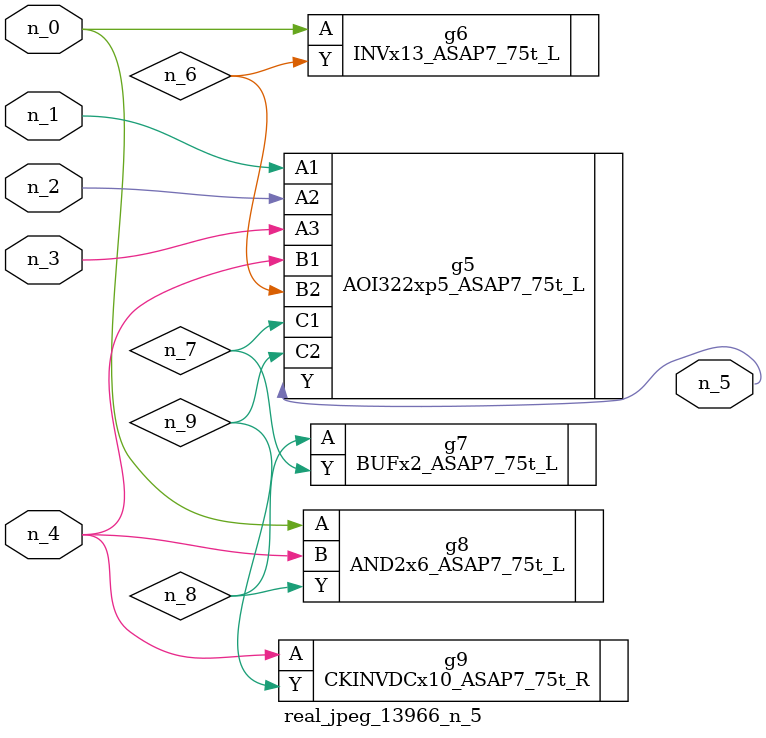
<source format=v>
module real_jpeg_13966_n_5 (n_4, n_0, n_1, n_2, n_3, n_5);

input n_4;
input n_0;
input n_1;
input n_2;
input n_3;

output n_5;

wire n_8;
wire n_6;
wire n_7;
wire n_9;

INVx13_ASAP7_75t_L g6 ( 
.A(n_0),
.Y(n_6)
);

AND2x6_ASAP7_75t_L g8 ( 
.A(n_0),
.B(n_4),
.Y(n_8)
);

AOI322xp5_ASAP7_75t_L g5 ( 
.A1(n_1),
.A2(n_2),
.A3(n_3),
.B1(n_4),
.B2(n_6),
.C1(n_7),
.C2(n_9),
.Y(n_5)
);

CKINVDCx10_ASAP7_75t_R g9 ( 
.A(n_4),
.Y(n_9)
);

BUFx2_ASAP7_75t_L g7 ( 
.A(n_8),
.Y(n_7)
);


endmodule
</source>
